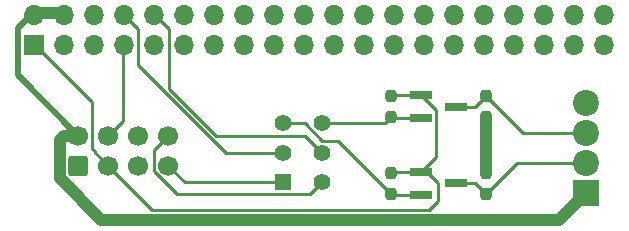
<source format=gtl>
G04 #@! TF.GenerationSoftware,KiCad,Pcbnew,6.0.6-3a73a75311~116~ubuntu22.04.1*
G04 #@! TF.CreationDate,2022-07-01T11:47:32+01:00*
G04 #@! TF.ProjectId,Pi_Connector,50695f43-6f6e-46e6-9563-746f722e6b69,rev?*
G04 #@! TF.SameCoordinates,Original*
G04 #@! TF.FileFunction,Copper,L1,Top*
G04 #@! TF.FilePolarity,Positive*
%FSLAX46Y46*%
G04 Gerber Fmt 4.6, Leading zero omitted, Abs format (unit mm)*
G04 Created by KiCad (PCBNEW 6.0.6-3a73a75311~116~ubuntu22.04.1) date 2022-07-01 11:47:32*
%MOMM*%
%LPD*%
G01*
G04 APERTURE LIST*
G04 Aperture macros list*
%AMRoundRect*
0 Rectangle with rounded corners*
0 $1 Rounding radius*
0 $2 $3 $4 $5 $6 $7 $8 $9 X,Y pos of 4 corners*
0 Add a 4 corners polygon primitive as box body*
4,1,4,$2,$3,$4,$5,$6,$7,$8,$9,$2,$3,0*
0 Add four circle primitives for the rounded corners*
1,1,$1+$1,$2,$3*
1,1,$1+$1,$4,$5*
1,1,$1+$1,$6,$7*
1,1,$1+$1,$8,$9*
0 Add four rect primitives between the rounded corners*
20,1,$1+$1,$2,$3,$4,$5,0*
20,1,$1+$1,$4,$5,$6,$7,0*
20,1,$1+$1,$6,$7,$8,$9,0*
20,1,$1+$1,$8,$9,$2,$3,0*%
G04 Aperture macros list end*
G04 #@! TA.AperFunction,ComponentPad*
%ADD10R,1.400000X1.400000*%
G04 #@! TD*
G04 #@! TA.AperFunction,ComponentPad*
%ADD11C,1.400000*%
G04 #@! TD*
G04 #@! TA.AperFunction,SMDPad,CuDef*
%ADD12RoundRect,0.237500X0.237500X-0.250000X0.237500X0.250000X-0.237500X0.250000X-0.237500X-0.250000X0*%
G04 #@! TD*
G04 #@! TA.AperFunction,SMDPad,CuDef*
%ADD13RoundRect,0.237500X-0.237500X0.250000X-0.237500X-0.250000X0.237500X-0.250000X0.237500X0.250000X0*%
G04 #@! TD*
G04 #@! TA.AperFunction,SMDPad,CuDef*
%ADD14R,1.900000X0.800000*%
G04 #@! TD*
G04 #@! TA.AperFunction,ComponentPad*
%ADD15RoundRect,0.250000X0.600000X-0.600000X0.600000X0.600000X-0.600000X0.600000X-0.600000X-0.600000X0*%
G04 #@! TD*
G04 #@! TA.AperFunction,ComponentPad*
%ADD16C,1.700000*%
G04 #@! TD*
G04 #@! TA.AperFunction,ComponentPad*
%ADD17R,2.200000X2.200000*%
G04 #@! TD*
G04 #@! TA.AperFunction,ComponentPad*
%ADD18C,2.200000*%
G04 #@! TD*
G04 #@! TA.AperFunction,ComponentPad*
%ADD19R,1.700000X1.700000*%
G04 #@! TD*
G04 #@! TA.AperFunction,ComponentPad*
%ADD20O,1.700000X1.700000*%
G04 #@! TD*
G04 #@! TA.AperFunction,ViaPad*
%ADD21C,1.000000*%
G04 #@! TD*
G04 #@! TA.AperFunction,Conductor*
%ADD22C,1.000000*%
G04 #@! TD*
G04 #@! TA.AperFunction,Conductor*
%ADD23C,0.500000*%
G04 #@! TD*
G04 #@! TA.AperFunction,Conductor*
%ADD24C,0.250000*%
G04 #@! TD*
G04 APERTURE END LIST*
D10*
G04 #@! TO.P,SW1,1,A*
G04 #@! TO.N,TXDO_ESP*
X75980168Y-62907500D03*
D11*
G04 #@! TO.P,SW1,2,B*
G04 #@! TO.N,TXDO*
X75980168Y-60407500D03*
G04 #@! TO.P,SW1,3,C*
G04 #@! TO.N,TXDO_NFC*
X75980168Y-57907500D03*
G04 #@! TO.P,SW1,4,A*
G04 #@! TO.N,RXDI_ESP*
X79280168Y-62907500D03*
G04 #@! TO.P,SW1,5,B*
G04 #@! TO.N,RXDI*
X79280168Y-60407500D03*
G04 #@! TO.P,SW1,6,C*
G04 #@! TO.N,RXDI_NFC*
X79280168Y-57907500D03*
G04 #@! TD*
D12*
G04 #@! TO.P,R4,1*
G04 #@! TO.N,+5V*
X93130168Y-57412500D03*
G04 #@! TO.P,R4,2*
G04 #@! TO.N,RXDI_NFC_5*
X93130168Y-55587500D03*
G04 #@! TD*
D13*
G04 #@! TO.P,R3,1*
G04 #@! TO.N,PI_POWERED*
X85130168Y-55587500D03*
G04 #@! TO.P,R3,2*
G04 #@! TO.N,RXDI_NFC*
X85130168Y-57412500D03*
G04 #@! TD*
G04 #@! TO.P,R1,1*
G04 #@! TO.N,PI_POWERED*
X85130168Y-62087500D03*
G04 #@! TO.P,R1,2*
G04 #@! TO.N,TXDO_NFC*
X85130168Y-63912500D03*
G04 #@! TD*
D14*
G04 #@! TO.P,Q1,1,G*
G04 #@! TO.N,PI_POWERED*
X87630168Y-62050000D03*
G04 #@! TO.P,Q1,2,S*
G04 #@! TO.N,TXDO_NFC*
X87630168Y-63950000D03*
G04 #@! TO.P,Q1,3,D*
G04 #@! TO.N,TXDO_NFC_5*
X90630168Y-63000000D03*
G04 #@! TD*
D15*
G04 #@! TO.P,J1,1,Pin_1*
G04 #@! TO.N,GND*
X58630168Y-61500000D03*
D16*
G04 #@! TO.P,J1,2,Pin_2*
G04 #@! TO.N,+5V*
X58630168Y-58960000D03*
G04 #@! TO.P,J1,3,Pin_3*
G04 #@! TO.N,PI_POWERED*
X61170168Y-61500000D03*
G04 #@! TO.P,J1,4,Pin_4*
G04 #@! TO.N,PI_HEARTBEAT*
X61170168Y-58960000D03*
G04 #@! TO.P,J1,5,Pin_5*
G04 #@! TO.N,PI_OPEN_CMD_1*
X63710168Y-61500000D03*
G04 #@! TO.P,J1,6,Pin_6*
G04 #@! TO.N,PI_OPEN_CMD_2*
X63710168Y-58960000D03*
G04 #@! TO.P,J1,7,Pin_7*
G04 #@! TO.N,TXDO_ESP*
X66250168Y-61500000D03*
G04 #@! TO.P,J1,8,Pin_8*
G04 #@! TO.N,RXDI_ESP*
X66250168Y-58960000D03*
G04 #@! TD*
D17*
G04 #@! TO.P,J3,1,Pin_1*
G04 #@! TO.N,+5V*
X101630168Y-63815000D03*
D18*
G04 #@! TO.P,J3,2,Pin_2*
G04 #@! TO.N,TXDO_NFC_5*
X101630168Y-61275000D03*
G04 #@! TO.P,J3,3,Pin_3*
G04 #@! TO.N,RXDI_NFC_5*
X101630168Y-58735000D03*
G04 #@! TO.P,J3,4,Pin_4*
G04 #@! TO.N,GND*
X101630168Y-56195000D03*
G04 #@! TD*
D19*
G04 #@! TO.P,J2,1,Pin_1*
G04 #@! TO.N,PI_POWERED*
X54875000Y-51275000D03*
D20*
G04 #@! TO.P,J2,2,Pin_2*
G04 #@! TO.N,+5V*
X54875000Y-48735000D03*
G04 #@! TO.P,J2,3,Pin_3*
G04 #@! TO.N,unconnected-(J2-Pad3)*
X57415000Y-51275000D03*
G04 #@! TO.P,J2,4,Pin_4*
G04 #@! TO.N,+5V*
X57415000Y-48735000D03*
G04 #@! TO.P,J2,5,Pin_5*
G04 #@! TO.N,unconnected-(J2-Pad5)*
X59955000Y-51275000D03*
G04 #@! TO.P,J2,6,Pin_6*
G04 #@! TO.N,GND*
X59955000Y-48735000D03*
G04 #@! TO.P,J2,7,Pin_7*
G04 #@! TO.N,PI_HEARTBEAT*
X62495000Y-51275000D03*
G04 #@! TO.P,J2,8,Pin_8*
G04 #@! TO.N,TXDO*
X62495000Y-48735000D03*
G04 #@! TO.P,J2,9,Pin_9*
G04 #@! TO.N,GND*
X65035000Y-51275000D03*
G04 #@! TO.P,J2,10,Pin_10*
G04 #@! TO.N,RXDI*
X65035000Y-48735000D03*
G04 #@! TO.P,J2,11,Pin_11*
G04 #@! TO.N,unconnected-(J2-Pad11)*
X67575000Y-51275000D03*
G04 #@! TO.P,J2,12,Pin_12*
G04 #@! TO.N,unconnected-(J2-Pad12)*
X67575000Y-48735000D03*
G04 #@! TO.P,J2,13,Pin_13*
G04 #@! TO.N,unconnected-(J2-Pad13)*
X70115000Y-51275000D03*
G04 #@! TO.P,J2,14,Pin_14*
G04 #@! TO.N,GND*
X70115000Y-48735000D03*
G04 #@! TO.P,J2,15,Pin_15*
G04 #@! TO.N,unconnected-(J2-Pad15)*
X72655000Y-51275000D03*
G04 #@! TO.P,J2,16,Pin_16*
G04 #@! TO.N,PI_OPEN_CMD_1*
X72655000Y-48735000D03*
G04 #@! TO.P,J2,17,Pin_17*
G04 #@! TO.N,unconnected-(J2-Pad17)*
X75195000Y-51275000D03*
G04 #@! TO.P,J2,18,Pin_18*
G04 #@! TO.N,PI_OPEN_CMD_2*
X75195000Y-48735000D03*
G04 #@! TO.P,J2,19,Pin_19*
G04 #@! TO.N,unconnected-(J2-Pad19)*
X77735000Y-51275000D03*
G04 #@! TO.P,J2,20,Pin_20*
G04 #@! TO.N,GND*
X77735000Y-48735000D03*
G04 #@! TO.P,J2,21,Pin_21*
G04 #@! TO.N,unconnected-(J2-Pad21)*
X80275000Y-51275000D03*
G04 #@! TO.P,J2,22,Pin_22*
G04 #@! TO.N,unconnected-(J2-Pad22)*
X80275000Y-48735000D03*
G04 #@! TO.P,J2,23,Pin_23*
G04 #@! TO.N,unconnected-(J2-Pad23)*
X82815000Y-51275000D03*
G04 #@! TO.P,J2,24,Pin_24*
G04 #@! TO.N,unconnected-(J2-Pad24)*
X82815000Y-48735000D03*
G04 #@! TO.P,J2,25,Pin_25*
G04 #@! TO.N,GND*
X85355000Y-51275000D03*
G04 #@! TO.P,J2,26,Pin_26*
G04 #@! TO.N,unconnected-(J2-Pad26)*
X85355000Y-48735000D03*
G04 #@! TO.P,J2,27,Pin_27*
G04 #@! TO.N,unconnected-(J2-Pad27)*
X87895000Y-51275000D03*
G04 #@! TO.P,J2,28,Pin_28*
G04 #@! TO.N,unconnected-(J2-Pad28)*
X87895000Y-48735000D03*
G04 #@! TO.P,J2,29,Pin_29*
G04 #@! TO.N,unconnected-(J2-Pad29)*
X90435000Y-51275000D03*
G04 #@! TO.P,J2,30,Pin_30*
G04 #@! TO.N,GND*
X90435000Y-48735000D03*
G04 #@! TO.P,J2,31,Pin_31*
G04 #@! TO.N,unconnected-(J2-Pad31)*
X92975000Y-51275000D03*
G04 #@! TO.P,J2,32,Pin_32*
G04 #@! TO.N,unconnected-(J2-Pad32)*
X92975000Y-48735000D03*
G04 #@! TO.P,J2,33,Pin_33*
G04 #@! TO.N,unconnected-(J2-Pad33)*
X95515000Y-51275000D03*
G04 #@! TO.P,J2,34,Pin_34*
G04 #@! TO.N,GND*
X95515000Y-48735000D03*
G04 #@! TO.P,J2,35,Pin_35*
G04 #@! TO.N,unconnected-(J2-Pad35)*
X98055000Y-51275000D03*
G04 #@! TO.P,J2,36,Pin_36*
G04 #@! TO.N,unconnected-(J2-Pad36)*
X98055000Y-48735000D03*
G04 #@! TO.P,J2,37,Pin_37*
G04 #@! TO.N,unconnected-(J2-Pad37)*
X100595000Y-51275000D03*
G04 #@! TO.P,J2,38,Pin_38*
G04 #@! TO.N,unconnected-(J2-Pad38)*
X100595000Y-48735000D03*
G04 #@! TO.P,J2,39,Pin_39*
G04 #@! TO.N,GND*
X103135000Y-51275000D03*
G04 #@! TO.P,J2,40,Pin_40*
G04 #@! TO.N,unconnected-(J2-Pad40)*
X103135000Y-48735000D03*
G04 #@! TD*
D13*
G04 #@! TO.P,R2,1*
G04 #@! TO.N,+5V*
X93130168Y-62087500D03*
G04 #@! TO.P,R2,2*
G04 #@! TO.N,TXDO_NFC_5*
X93130168Y-63912500D03*
G04 #@! TD*
D14*
G04 #@! TO.P,Q2,1,G*
G04 #@! TO.N,PI_POWERED*
X87630168Y-55550000D03*
G04 #@! TO.P,Q2,2,S*
G04 #@! TO.N,RXDI_NFC*
X87630168Y-57450000D03*
G04 #@! TO.P,Q2,3,D*
G04 #@! TO.N,RXDI_NFC_5*
X90630168Y-56500000D03*
G04 #@! TD*
D21*
G04 #@! TO.N,+5V*
X93130168Y-59600000D03*
G04 #@! TD*
D22*
G04 #@! TO.N,+5V*
X93130168Y-59600000D02*
X93130168Y-62087500D01*
X57080168Y-59307919D02*
X57080168Y-62550000D01*
X57428087Y-58960000D02*
X57080168Y-59307919D01*
D23*
X54830168Y-48575000D02*
X53530168Y-49875000D01*
D22*
X57080168Y-62550000D02*
X60594668Y-66064500D01*
X54830168Y-48575000D02*
X57370168Y-48575000D01*
X99380668Y-66064500D02*
X101630168Y-63815000D01*
X93130168Y-57412500D02*
X93130168Y-59600000D01*
X60594668Y-66064500D02*
X99380668Y-66064500D01*
X58630168Y-58960000D02*
X57428087Y-58960000D01*
D23*
X53530168Y-49875000D02*
X53530168Y-53860000D01*
X53530168Y-53860000D02*
X58630168Y-58960000D01*
D24*
G04 #@! TO.N,PI_POWERED*
X88905168Y-56825000D02*
X87630168Y-55550000D01*
X88340168Y-65240000D02*
X89130168Y-64450000D01*
X89130168Y-63000000D02*
X88180168Y-62050000D01*
X64910168Y-65240000D02*
X88340168Y-65240000D01*
X89130168Y-64450000D02*
X89130168Y-63000000D01*
X88905168Y-60775000D02*
X88905168Y-56825000D01*
X54830168Y-51115000D02*
X59805168Y-56090000D01*
X59930168Y-60260000D02*
X61170168Y-61500000D01*
X87630168Y-55550000D02*
X85167668Y-55550000D01*
X61170168Y-61500000D02*
X64910168Y-65240000D01*
X85130168Y-62087500D02*
X85167668Y-62050000D01*
X87630168Y-62050000D02*
X88905168Y-60775000D01*
X85167668Y-62050000D02*
X87630168Y-62050000D01*
X59930168Y-60200000D02*
X59930168Y-60260000D01*
X59805168Y-56090000D02*
X59805168Y-60075000D01*
X59805168Y-60075000D02*
X59930168Y-60200000D01*
X85167668Y-55550000D02*
X85130168Y-55587500D01*
X88180168Y-62050000D02*
X87630168Y-62050000D01*
G04 #@! TO.N,PI_HEARTBEAT*
X62450168Y-57680000D02*
X62450168Y-51115000D01*
X61170168Y-58960000D02*
X62450168Y-57680000D01*
G04 #@! TO.N,TXDO_ESP*
X67657668Y-62907500D02*
X66250168Y-61500000D01*
X75980168Y-62907500D02*
X67657668Y-62907500D01*
G04 #@! TO.N,RXDI_ESP*
X65075168Y-61986701D02*
X65075168Y-60135000D01*
X65075168Y-60135000D02*
X66250168Y-58960000D01*
X78255168Y-63932500D02*
X67020967Y-63932500D01*
X67020967Y-63932500D02*
X65075168Y-61986701D01*
X79280168Y-62907500D02*
X78255168Y-63932500D01*
G04 #@! TO.N,TXDO*
X62495000Y-48735000D02*
X63700000Y-49940000D01*
X63700000Y-49940000D02*
X63700000Y-53000000D01*
X71107500Y-60407500D02*
X75980168Y-60407500D01*
X63700000Y-53000000D02*
X71107500Y-60407500D01*
G04 #@! TO.N,RXDI*
X66330168Y-54994478D02*
X70335690Y-59000000D01*
X70335690Y-59000000D02*
X77872668Y-59000000D01*
X77872668Y-59000000D02*
X79280168Y-60407500D01*
X66330168Y-49915000D02*
X66330168Y-54994478D01*
X64990168Y-48575000D02*
X66330168Y-49915000D01*
G04 #@! TO.N,TXDO_NFC_5*
X92217668Y-63000000D02*
X93130168Y-63912500D01*
X90630168Y-63000000D02*
X92217668Y-63000000D01*
X93130168Y-63912500D02*
X95767668Y-61275000D01*
X95767668Y-61275000D02*
X101630168Y-61275000D01*
G04 #@! TO.N,RXDI_NFC_5*
X96277668Y-58735000D02*
X101630168Y-58735000D01*
X92217668Y-56500000D02*
X93130168Y-55587500D01*
X90630168Y-56500000D02*
X92217668Y-56500000D01*
X93130168Y-55587500D02*
X96277668Y-58735000D01*
G04 #@! TO.N,TXDO_NFC*
X80600168Y-59382500D02*
X85130168Y-63912500D01*
X79305599Y-59382500D02*
X80600168Y-59382500D01*
X77830599Y-57907500D02*
X79305599Y-59382500D01*
X85167668Y-63950000D02*
X87630168Y-63950000D01*
X75980168Y-57907500D02*
X77830599Y-57907500D01*
X85130168Y-63912500D02*
X85167668Y-63950000D01*
G04 #@! TO.N,RXDI_NFC*
X84635168Y-57907500D02*
X85130168Y-57412500D01*
X79280168Y-57907500D02*
X84635168Y-57907500D01*
X85167668Y-57450000D02*
X87630168Y-57450000D01*
X85130168Y-57412500D02*
X85167668Y-57450000D01*
G04 #@! TD*
M02*

</source>
